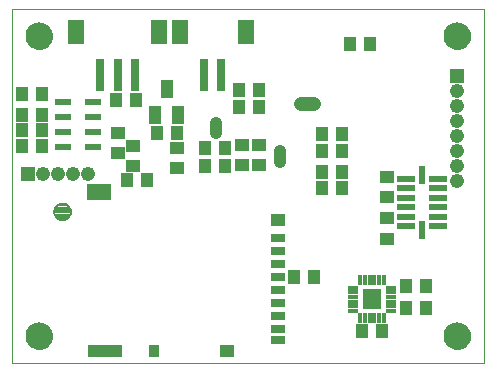
<source format=gbs>
G75*
%MOIN*%
%OFA0B0*%
%FSLAX24Y24*%
%IPPOS*%
%LPD*%
%AMOC8*
5,1,8,0,0,1.08239X$1,22.5*
%
%ADD10C,0.0000*%
%ADD11C,0.0906*%
%ADD12C,0.0080*%
%ADD13R,0.0473X0.0434*%
%ADD14R,0.0434X0.0473*%
%ADD15R,0.0512X0.0316*%
%ADD16R,0.0512X0.0434*%
%ADD17R,0.0788X0.0552*%
%ADD18R,0.0355X0.0434*%
%ADD19R,0.1142X0.0434*%
%ADD20R,0.0552X0.0788*%
%ADD21R,0.0316X0.1064*%
%ADD22R,0.0476X0.0476*%
%ADD23C,0.0476*%
%ADD24R,0.0434X0.0591*%
%ADD25C,0.0476*%
%ADD26R,0.0540X0.0237*%
%ADD27R,0.0631X0.0237*%
%ADD28R,0.0237X0.0631*%
%ADD29R,0.0119X0.0335*%
%ADD30R,0.0335X0.0119*%
%ADD31R,0.0646X0.0709*%
%ADD32C,0.0397*%
D10*
X002071Y001060D02*
X002071Y012871D01*
X017819Y012871D01*
X017819Y001060D01*
X002071Y001060D01*
X002544Y001965D02*
X002546Y002006D01*
X002552Y002047D01*
X002562Y002087D01*
X002575Y002126D01*
X002592Y002163D01*
X002613Y002199D01*
X002637Y002233D01*
X002664Y002264D01*
X002693Y002292D01*
X002726Y002318D01*
X002760Y002340D01*
X002797Y002359D01*
X002835Y002374D01*
X002875Y002386D01*
X002915Y002394D01*
X002956Y002398D01*
X002998Y002398D01*
X003039Y002394D01*
X003079Y002386D01*
X003119Y002374D01*
X003157Y002359D01*
X003193Y002340D01*
X003228Y002318D01*
X003261Y002292D01*
X003290Y002264D01*
X003317Y002233D01*
X003341Y002199D01*
X003362Y002163D01*
X003379Y002126D01*
X003392Y002087D01*
X003402Y002047D01*
X003408Y002006D01*
X003410Y001965D01*
X003408Y001924D01*
X003402Y001883D01*
X003392Y001843D01*
X003379Y001804D01*
X003362Y001767D01*
X003341Y001731D01*
X003317Y001697D01*
X003290Y001666D01*
X003261Y001638D01*
X003228Y001612D01*
X003194Y001590D01*
X003157Y001571D01*
X003119Y001556D01*
X003079Y001544D01*
X003039Y001536D01*
X002998Y001532D01*
X002956Y001532D01*
X002915Y001536D01*
X002875Y001544D01*
X002835Y001556D01*
X002797Y001571D01*
X002761Y001590D01*
X002726Y001612D01*
X002693Y001638D01*
X002664Y001666D01*
X002637Y001697D01*
X002613Y001731D01*
X002592Y001767D01*
X002575Y001804D01*
X002562Y001843D01*
X002552Y001883D01*
X002546Y001924D01*
X002544Y001965D01*
X002544Y011965D02*
X002546Y012006D01*
X002552Y012047D01*
X002562Y012087D01*
X002575Y012126D01*
X002592Y012163D01*
X002613Y012199D01*
X002637Y012233D01*
X002664Y012264D01*
X002693Y012292D01*
X002726Y012318D01*
X002760Y012340D01*
X002797Y012359D01*
X002835Y012374D01*
X002875Y012386D01*
X002915Y012394D01*
X002956Y012398D01*
X002998Y012398D01*
X003039Y012394D01*
X003079Y012386D01*
X003119Y012374D01*
X003157Y012359D01*
X003193Y012340D01*
X003228Y012318D01*
X003261Y012292D01*
X003290Y012264D01*
X003317Y012233D01*
X003341Y012199D01*
X003362Y012163D01*
X003379Y012126D01*
X003392Y012087D01*
X003402Y012047D01*
X003408Y012006D01*
X003410Y011965D01*
X003408Y011924D01*
X003402Y011883D01*
X003392Y011843D01*
X003379Y011804D01*
X003362Y011767D01*
X003341Y011731D01*
X003317Y011697D01*
X003290Y011666D01*
X003261Y011638D01*
X003228Y011612D01*
X003194Y011590D01*
X003157Y011571D01*
X003119Y011556D01*
X003079Y011544D01*
X003039Y011536D01*
X002998Y011532D01*
X002956Y011532D01*
X002915Y011536D01*
X002875Y011544D01*
X002835Y011556D01*
X002797Y011571D01*
X002761Y011590D01*
X002726Y011612D01*
X002693Y011638D01*
X002664Y011666D01*
X002637Y011697D01*
X002613Y011731D01*
X002592Y011767D01*
X002575Y011804D01*
X002562Y011843D01*
X002552Y011883D01*
X002546Y011924D01*
X002544Y011965D01*
X016481Y011965D02*
X016483Y012006D01*
X016489Y012047D01*
X016499Y012087D01*
X016512Y012126D01*
X016529Y012163D01*
X016550Y012199D01*
X016574Y012233D01*
X016601Y012264D01*
X016630Y012292D01*
X016663Y012318D01*
X016697Y012340D01*
X016734Y012359D01*
X016772Y012374D01*
X016812Y012386D01*
X016852Y012394D01*
X016893Y012398D01*
X016935Y012398D01*
X016976Y012394D01*
X017016Y012386D01*
X017056Y012374D01*
X017094Y012359D01*
X017130Y012340D01*
X017165Y012318D01*
X017198Y012292D01*
X017227Y012264D01*
X017254Y012233D01*
X017278Y012199D01*
X017299Y012163D01*
X017316Y012126D01*
X017329Y012087D01*
X017339Y012047D01*
X017345Y012006D01*
X017347Y011965D01*
X017345Y011924D01*
X017339Y011883D01*
X017329Y011843D01*
X017316Y011804D01*
X017299Y011767D01*
X017278Y011731D01*
X017254Y011697D01*
X017227Y011666D01*
X017198Y011638D01*
X017165Y011612D01*
X017131Y011590D01*
X017094Y011571D01*
X017056Y011556D01*
X017016Y011544D01*
X016976Y011536D01*
X016935Y011532D01*
X016893Y011532D01*
X016852Y011536D01*
X016812Y011544D01*
X016772Y011556D01*
X016734Y011571D01*
X016698Y011590D01*
X016663Y011612D01*
X016630Y011638D01*
X016601Y011666D01*
X016574Y011697D01*
X016550Y011731D01*
X016529Y011767D01*
X016512Y011804D01*
X016499Y011843D01*
X016489Y011883D01*
X016483Y011924D01*
X016481Y011965D01*
X016481Y001965D02*
X016483Y002006D01*
X016489Y002047D01*
X016499Y002087D01*
X016512Y002126D01*
X016529Y002163D01*
X016550Y002199D01*
X016574Y002233D01*
X016601Y002264D01*
X016630Y002292D01*
X016663Y002318D01*
X016697Y002340D01*
X016734Y002359D01*
X016772Y002374D01*
X016812Y002386D01*
X016852Y002394D01*
X016893Y002398D01*
X016935Y002398D01*
X016976Y002394D01*
X017016Y002386D01*
X017056Y002374D01*
X017094Y002359D01*
X017130Y002340D01*
X017165Y002318D01*
X017198Y002292D01*
X017227Y002264D01*
X017254Y002233D01*
X017278Y002199D01*
X017299Y002163D01*
X017316Y002126D01*
X017329Y002087D01*
X017339Y002047D01*
X017345Y002006D01*
X017347Y001965D01*
X017345Y001924D01*
X017339Y001883D01*
X017329Y001843D01*
X017316Y001804D01*
X017299Y001767D01*
X017278Y001731D01*
X017254Y001697D01*
X017227Y001666D01*
X017198Y001638D01*
X017165Y001612D01*
X017131Y001590D01*
X017094Y001571D01*
X017056Y001556D01*
X017016Y001544D01*
X016976Y001536D01*
X016935Y001532D01*
X016893Y001532D01*
X016852Y001536D01*
X016812Y001544D01*
X016772Y001556D01*
X016734Y001571D01*
X016698Y001590D01*
X016663Y001612D01*
X016630Y001638D01*
X016601Y001666D01*
X016574Y001697D01*
X016550Y001731D01*
X016529Y001767D01*
X016512Y001804D01*
X016499Y001843D01*
X016489Y001883D01*
X016483Y001924D01*
X016481Y001965D01*
D11*
X016914Y001965D03*
X016914Y011965D03*
X002977Y011965D03*
X002977Y001965D03*
D12*
X003725Y005827D02*
X003668Y005841D01*
X003615Y005867D01*
X003569Y005904D01*
X003532Y005950D01*
X003506Y006003D01*
X003491Y006060D01*
X003489Y006119D01*
X003500Y006177D01*
X003522Y006231D01*
X003556Y006280D01*
X003599Y006320D01*
X003650Y006350D01*
X003706Y006369D01*
X003764Y006375D01*
X003818Y006370D01*
X003870Y006354D01*
X003917Y006328D01*
X003959Y006294D01*
X003993Y006252D01*
X004019Y006205D01*
X004034Y006153D01*
X004040Y006099D01*
X004033Y006041D01*
X004015Y005985D01*
X003985Y005934D01*
X003945Y005891D01*
X003896Y005857D01*
X003842Y005835D01*
X003784Y005824D01*
X003725Y005827D01*
X003653Y005848D02*
X003874Y005848D01*
X003978Y005927D02*
X003551Y005927D01*
X003505Y006005D02*
X004022Y006005D01*
X004038Y006084D02*
X003490Y006084D01*
X003497Y006162D02*
X004032Y006162D01*
X003999Y006241D02*
X003529Y006241D01*
X003598Y006319D02*
X003928Y006319D01*
D13*
X006126Y007635D03*
X005614Y008048D03*
X006126Y008304D03*
X005614Y008717D03*
X007563Y008245D03*
X007563Y007576D03*
X009748Y007654D03*
X010300Y007654D03*
X010300Y008324D03*
X009748Y008324D03*
X014591Y007261D03*
X014591Y006591D03*
X014591Y005883D03*
X014591Y005213D03*
D14*
X015201Y003619D03*
X015870Y003619D03*
X015870Y002910D03*
X015201Y002910D03*
X014406Y002123D03*
X013737Y002123D03*
X012130Y003934D03*
X011461Y003934D03*
X012406Y006887D03*
X012406Y007442D03*
X013075Y007442D03*
X013075Y006887D03*
X013075Y008147D03*
X013075Y008698D03*
X012406Y008698D03*
X012406Y008147D03*
X010319Y009603D03*
X010319Y010154D03*
X009650Y010154D03*
X009650Y009603D03*
X009177Y008225D03*
X008508Y008225D03*
X008508Y007635D03*
X009177Y007635D03*
X007563Y008737D03*
X006894Y008737D03*
X006225Y009839D03*
X005555Y009839D03*
X003075Y010036D03*
X002406Y010036D03*
X002406Y009328D03*
X002406Y008816D03*
X002406Y008304D03*
X003075Y008304D03*
X003075Y008816D03*
X003075Y009328D03*
X005910Y007158D03*
X006579Y007158D03*
X013351Y011690D03*
X014020Y011690D03*
D15*
X010937Y005233D03*
X010937Y004800D03*
X010937Y004367D03*
X010937Y003934D03*
X010937Y003501D03*
X010937Y003068D03*
X010937Y002635D03*
X010937Y002202D03*
X010937Y001828D03*
D16*
X009244Y001454D03*
X010937Y005843D03*
D17*
X004992Y006769D03*
D18*
X006803Y001454D03*
D19*
X005170Y001454D03*
D20*
X004197Y012103D03*
X006992Y012103D03*
X007662Y012103D03*
X009866Y012103D03*
D21*
X009059Y010666D03*
X008469Y010666D03*
X006185Y010666D03*
X005595Y010666D03*
X005004Y010666D03*
D22*
X002607Y007359D03*
X016914Y010645D03*
D23*
X016914Y010145D03*
X016914Y009645D03*
X016914Y009145D03*
X016914Y008645D03*
X016914Y008145D03*
X016914Y007645D03*
X016914Y007145D03*
X004607Y007359D03*
X004107Y007359D03*
X003607Y007359D03*
X003107Y007359D03*
D24*
X006855Y009328D03*
X007603Y009328D03*
X007229Y010194D03*
D25*
X011696Y009682D02*
X012132Y009682D01*
D26*
X004768Y009751D03*
X004768Y009259D03*
X004768Y008767D03*
X004768Y008274D03*
X003784Y008274D03*
X003784Y008767D03*
X003784Y009259D03*
X003784Y009751D03*
D27*
X015201Y007202D03*
X015201Y006887D03*
X015201Y006572D03*
X015201Y006257D03*
X015201Y005942D03*
X015201Y005627D03*
X016264Y005627D03*
X016264Y005942D03*
X016264Y006257D03*
X016264Y006572D03*
X016264Y006887D03*
X016264Y007202D03*
D28*
X015733Y007339D03*
X015733Y005489D03*
D29*
X014473Y003816D03*
X014315Y003816D03*
X014158Y003816D03*
X014000Y003816D03*
X013843Y003816D03*
X013685Y003816D03*
X013685Y002556D03*
X013843Y002556D03*
X014000Y002556D03*
X014158Y002556D03*
X014315Y002556D03*
X014473Y002556D03*
D30*
X014709Y002792D03*
X014709Y002950D03*
X014709Y003107D03*
X014709Y003265D03*
X014709Y003422D03*
X014709Y003580D03*
X013449Y003580D03*
X013449Y003422D03*
X013449Y003265D03*
X013449Y003107D03*
X013449Y002950D03*
X013449Y002792D03*
D31*
X014079Y003186D03*
D32*
X011008Y007771D02*
X011008Y008128D01*
X008882Y008716D02*
X008882Y009073D01*
M02*

</source>
